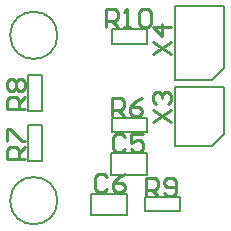
<source format=gto>
G04*
G04 #@! TF.GenerationSoftware,Altium Limited,Altium Designer,23.8.1 (32)*
G04*
G04 Layer_Color=65535*
%FSLAX44Y44*%
%MOMM*%
G71*
G04*
G04 #@! TF.SameCoordinates,643DEE84-9218-40C6-A46F-D78355EBE29C*
G04*
G04*
G04 #@! TF.FilePolarity,Positive*
G04*
G01*
G75*
%ADD10C,0.2000*%
%ADD11C,0.2540*%
D10*
X50000Y30000D02*
G03*
X50000Y30000I-20000J0D01*
G01*
Y170000D02*
G03*
X50000Y170000I-20000J0D01*
G01*
X25000Y94000D02*
X37000D01*
X25000Y64000D02*
Y94000D01*
Y64000D02*
X37000D01*
Y94000D01*
X96000Y163000D02*
Y175000D01*
Y163000D02*
X126000D01*
Y175000D01*
X96000D02*
X126000D01*
X78750Y36000D02*
X109250D01*
Y18000D02*
Y36000D01*
X78750Y18000D02*
X109250D01*
X78750D02*
Y36000D01*
X96000Y88000D02*
Y100000D01*
Y88000D02*
X126000D01*
Y100000D01*
X96000D02*
X126000D01*
X124000Y21000D02*
X154000D01*
X124000D02*
Y33000D01*
X154000D01*
Y21000D02*
Y33000D01*
X126250Y52000D02*
Y70000D01*
X95750D02*
X126250D01*
X95750Y52000D02*
Y70000D01*
Y52000D02*
X126250D01*
X25000Y106000D02*
Y136000D01*
X37000D01*
Y106000D02*
Y136000D01*
X25000Y106000D02*
X37000D01*
X149500Y126000D02*
X191500D01*
X149500Y76500D02*
Y126000D01*
Y76500D02*
X181250D01*
X191500Y86750D02*
Y126000D01*
X181250Y76500D02*
X191500Y86750D01*
X181250Y132500D02*
X191500Y142750D01*
Y194500D01*
X149500Y132500D02*
X181250D01*
X149500D02*
Y194500D01*
X191500D01*
D11*
X131383Y154304D02*
X146617Y164461D01*
X131383D02*
X146617Y154304D01*
Y177157D02*
X131383D01*
X139000Y169539D01*
Y179696D01*
X131383Y96304D02*
X146617Y106461D01*
X131383D02*
X146617Y96304D01*
X133922Y111539D02*
X131383Y114078D01*
Y119157D01*
X133922Y121696D01*
X136461D01*
X139000Y119157D01*
Y116617D01*
Y119157D01*
X141539Y121696D01*
X144078D01*
X146617Y119157D01*
Y114078D01*
X144078Y111539D01*
X90956Y177383D02*
Y192617D01*
X98574D01*
X101113Y190078D01*
Y185000D01*
X98574Y182461D01*
X90956D01*
X96034D02*
X101113Y177383D01*
X106191D02*
X111270D01*
X108730D01*
Y192617D01*
X106191Y190078D01*
X118887D02*
X121426Y192617D01*
X126505D01*
X129044Y190078D01*
Y179922D01*
X126505Y177383D01*
X121426D01*
X118887Y179922D01*
Y190078D01*
X125304Y34383D02*
Y49618D01*
X132922D01*
X135461Y47078D01*
Y42000D01*
X132922Y39461D01*
X125304D01*
X130382D02*
X135461Y34383D01*
X140539Y36922D02*
X143078Y34383D01*
X148157D01*
X150696Y36922D01*
Y47078D01*
X148157Y49618D01*
X143078D01*
X140539Y47078D01*
Y44539D01*
X143078Y42000D01*
X150696D01*
X22617Y107304D02*
X7382D01*
Y114922D01*
X9922Y117461D01*
X15000D01*
X17539Y114922D01*
Y107304D01*
Y112382D02*
X22617Y117461D01*
X9922Y122539D02*
X7382Y125078D01*
Y130157D01*
X9922Y132696D01*
X12461D01*
X15000Y130157D01*
X17539Y132696D01*
X20078D01*
X22617Y130157D01*
Y125078D01*
X20078Y122539D01*
X17539D01*
X15000Y125078D01*
X12461Y122539D01*
X9922D01*
X15000Y125078D02*
Y130157D01*
X22617Y65304D02*
X7382D01*
Y72922D01*
X9922Y75461D01*
X15000D01*
X17539Y72922D01*
Y65304D01*
Y70382D02*
X22617Y75461D01*
X7382Y80539D02*
Y90696D01*
X9922D01*
X20078Y80539D01*
X22617D01*
X96304Y101383D02*
Y116617D01*
X103922D01*
X106461Y114078D01*
Y109000D01*
X103922Y106461D01*
X96304D01*
X101383D02*
X106461Y101383D01*
X121696Y116617D02*
X116617Y114078D01*
X111539Y109000D01*
Y103922D01*
X114078Y101383D01*
X119157D01*
X121696Y103922D01*
Y106461D01*
X119157Y109000D01*
X111539D01*
X91961Y50078D02*
X89422Y52618D01*
X84343D01*
X81804Y50078D01*
Y39922D01*
X84343Y37383D01*
X89422D01*
X91961Y39922D01*
X107196Y52618D02*
X102118Y50078D01*
X97039Y45000D01*
Y39922D01*
X99578Y37383D01*
X104657D01*
X107196Y39922D01*
Y42461D01*
X104657Y45000D01*
X97039D01*
X107461Y84078D02*
X104922Y86617D01*
X99843D01*
X97304Y84078D01*
Y73922D01*
X99843Y71382D01*
X104922D01*
X107461Y73922D01*
X122696Y86617D02*
X112539D01*
Y79000D01*
X117618Y81539D01*
X120157D01*
X122696Y79000D01*
Y73922D01*
X120157Y71382D01*
X115078D01*
X112539Y73922D01*
M02*

</source>
